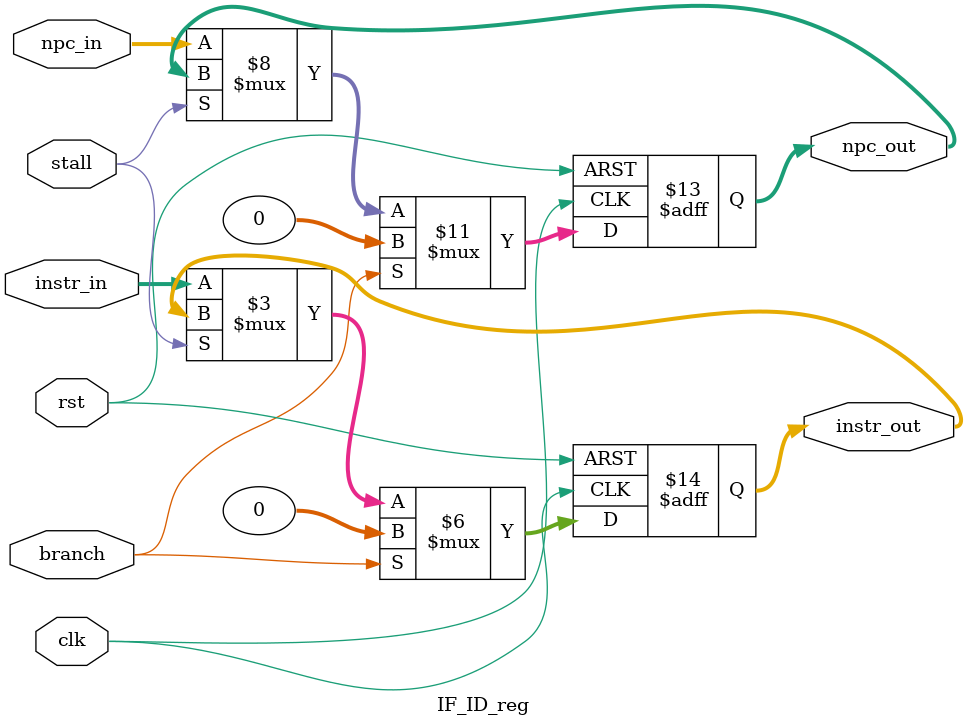
<source format=v>
`timescale 1ns / 1ps

module IF_ID_reg(
    input               clk,
    input               rst,
    input               stall,
    input               branch,
    input [31:0]        npc_in,
    input [31:0]        instr_in,
    output reg [31:0]   npc_out,
    output reg [31:0]   instr_out 
    );

    always @(posedge clk or posedge rst) begin
		if(rst) 
        begin
		    npc_out   <= 32'b0;
		    instr_out <= 32'b0;       
		end 
        else if(branch)
        begin
            npc_out   <= 32'b0;
            instr_out <= 32'b0;
        end 
        else if(!stall) 
        begin
		    npc_out   <= npc_in;
		    instr_out <= instr_in;
		end
	end
	
endmodule

</source>
